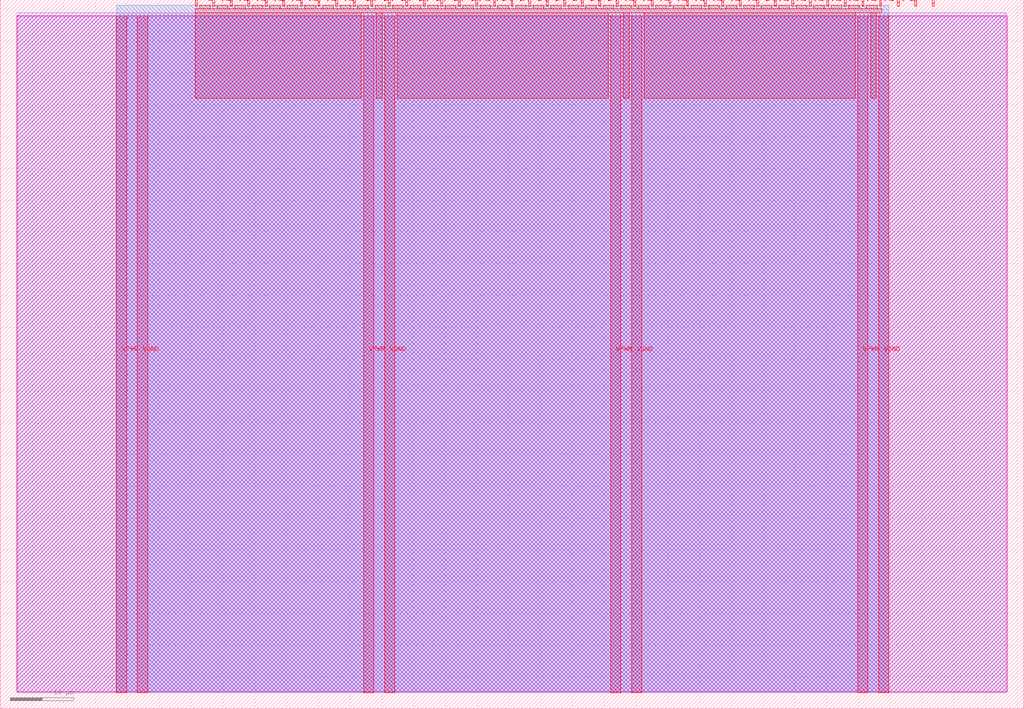
<source format=lef>
VERSION 5.7 ;
  NOWIREEXTENSIONATPIN ON ;
  DIVIDERCHAR "/" ;
  BUSBITCHARS "[]" ;
MACRO tt_um_wokwi_413920096493033473
  CLASS BLOCK ;
  FOREIGN tt_um_wokwi_413920096493033473 ;
  ORIGIN 0.000 0.000 ;
  SIZE 161.000 BY 111.520 ;
  PIN VGND
    DIRECTION INOUT ;
    USE GROUND ;
    PORT
      LAYER met4 ;
        RECT 21.580 2.480 23.180 109.040 ;
    END
    PORT
      LAYER met4 ;
        RECT 60.450 2.480 62.050 109.040 ;
    END
    PORT
      LAYER met4 ;
        RECT 99.320 2.480 100.920 109.040 ;
    END
    PORT
      LAYER met4 ;
        RECT 138.190 2.480 139.790 109.040 ;
    END
  END VGND
  PIN VPWR
    DIRECTION INOUT ;
    USE POWER ;
    PORT
      LAYER met4 ;
        RECT 18.280 2.480 19.880 109.040 ;
    END
    PORT
      LAYER met4 ;
        RECT 57.150 2.480 58.750 109.040 ;
    END
    PORT
      LAYER met4 ;
        RECT 96.020 2.480 97.620 109.040 ;
    END
    PORT
      LAYER met4 ;
        RECT 134.890 2.480 136.490 109.040 ;
    END
  END VPWR
  PIN clk
    DIRECTION INPUT ;
    USE SIGNAL ;
    PORT
      LAYER met4 ;
        RECT 143.830 110.520 144.130 111.520 ;
    END
  END clk
  PIN ena
    DIRECTION INPUT ;
    USE SIGNAL ;
    PORT
      LAYER met4 ;
        RECT 146.590 110.520 146.890 111.520 ;
    END
  END ena
  PIN rst_n
    DIRECTION INPUT ;
    USE SIGNAL ;
    PORT
      LAYER met4 ;
        RECT 141.070 110.520 141.370 111.520 ;
    END
  END rst_n
  PIN ui_in[0]
    DIRECTION INPUT ;
    USE SIGNAL ;
    ANTENNAGATEAREA 0.196500 ;
    PORT
      LAYER met4 ;
        RECT 138.310 110.520 138.610 111.520 ;
    END
  END ui_in[0]
  PIN ui_in[1]
    DIRECTION INPUT ;
    USE SIGNAL ;
    ANTENNAGATEAREA 0.196500 ;
    PORT
      LAYER met4 ;
        RECT 135.550 110.520 135.850 111.520 ;
    END
  END ui_in[1]
  PIN ui_in[2]
    DIRECTION INPUT ;
    USE SIGNAL ;
    ANTENNAGATEAREA 0.196500 ;
    PORT
      LAYER met4 ;
        RECT 132.790 110.520 133.090 111.520 ;
    END
  END ui_in[2]
  PIN ui_in[3]
    DIRECTION INPUT ;
    USE SIGNAL ;
    ANTENNAGATEAREA 0.196500 ;
    PORT
      LAYER met4 ;
        RECT 130.030 110.520 130.330 111.520 ;
    END
  END ui_in[3]
  PIN ui_in[4]
    DIRECTION INPUT ;
    USE SIGNAL ;
    ANTENNAGATEAREA 0.159000 ;
    PORT
      LAYER met4 ;
        RECT 127.270 110.520 127.570 111.520 ;
    END
  END ui_in[4]
  PIN ui_in[5]
    DIRECTION INPUT ;
    USE SIGNAL ;
    ANTENNAGATEAREA 0.159000 ;
    PORT
      LAYER met4 ;
        RECT 124.510 110.520 124.810 111.520 ;
    END
  END ui_in[5]
  PIN ui_in[6]
    DIRECTION INPUT ;
    USE SIGNAL ;
    ANTENNAGATEAREA 0.159000 ;
    PORT
      LAYER met4 ;
        RECT 121.750 110.520 122.050 111.520 ;
    END
  END ui_in[6]
  PIN ui_in[7]
    DIRECTION INPUT ;
    USE SIGNAL ;
    ANTENNAGATEAREA 0.159000 ;
    PORT
      LAYER met4 ;
        RECT 118.990 110.520 119.290 111.520 ;
    END
  END ui_in[7]
  PIN uio_in[0]
    DIRECTION INPUT ;
    USE SIGNAL ;
    PORT
      LAYER met4 ;
        RECT 116.230 110.520 116.530 111.520 ;
    END
  END uio_in[0]
  PIN uio_in[1]
    DIRECTION INPUT ;
    USE SIGNAL ;
    PORT
      LAYER met4 ;
        RECT 113.470 110.520 113.770 111.520 ;
    END
  END uio_in[1]
  PIN uio_in[2]
    DIRECTION INPUT ;
    USE SIGNAL ;
    PORT
      LAYER met4 ;
        RECT 110.710 110.520 111.010 111.520 ;
    END
  END uio_in[2]
  PIN uio_in[3]
    DIRECTION INPUT ;
    USE SIGNAL ;
    PORT
      LAYER met4 ;
        RECT 107.950 110.520 108.250 111.520 ;
    END
  END uio_in[3]
  PIN uio_in[4]
    DIRECTION INPUT ;
    USE SIGNAL ;
    PORT
      LAYER met4 ;
        RECT 105.190 110.520 105.490 111.520 ;
    END
  END uio_in[4]
  PIN uio_in[5]
    DIRECTION INPUT ;
    USE SIGNAL ;
    PORT
      LAYER met4 ;
        RECT 102.430 110.520 102.730 111.520 ;
    END
  END uio_in[5]
  PIN uio_in[6]
    DIRECTION INPUT ;
    USE SIGNAL ;
    PORT
      LAYER met4 ;
        RECT 99.670 110.520 99.970 111.520 ;
    END
  END uio_in[6]
  PIN uio_in[7]
    DIRECTION INPUT ;
    USE SIGNAL ;
    PORT
      LAYER met4 ;
        RECT 96.910 110.520 97.210 111.520 ;
    END
  END uio_in[7]
  PIN uio_oe[0]
    DIRECTION OUTPUT ;
    USE SIGNAL ;
    PORT
      LAYER met4 ;
        RECT 49.990 110.520 50.290 111.520 ;
    END
  END uio_oe[0]
  PIN uio_oe[1]
    DIRECTION OUTPUT ;
    USE SIGNAL ;
    PORT
      LAYER met4 ;
        RECT 47.230 110.520 47.530 111.520 ;
    END
  END uio_oe[1]
  PIN uio_oe[2]
    DIRECTION OUTPUT ;
    USE SIGNAL ;
    PORT
      LAYER met4 ;
        RECT 44.470 110.520 44.770 111.520 ;
    END
  END uio_oe[2]
  PIN uio_oe[3]
    DIRECTION OUTPUT ;
    USE SIGNAL ;
    PORT
      LAYER met4 ;
        RECT 41.710 110.520 42.010 111.520 ;
    END
  END uio_oe[3]
  PIN uio_oe[4]
    DIRECTION OUTPUT ;
    USE SIGNAL ;
    PORT
      LAYER met4 ;
        RECT 38.950 110.520 39.250 111.520 ;
    END
  END uio_oe[4]
  PIN uio_oe[5]
    DIRECTION OUTPUT ;
    USE SIGNAL ;
    PORT
      LAYER met4 ;
        RECT 36.190 110.520 36.490 111.520 ;
    END
  END uio_oe[5]
  PIN uio_oe[6]
    DIRECTION OUTPUT ;
    USE SIGNAL ;
    PORT
      LAYER met4 ;
        RECT 33.430 110.520 33.730 111.520 ;
    END
  END uio_oe[6]
  PIN uio_oe[7]
    DIRECTION OUTPUT ;
    USE SIGNAL ;
    PORT
      LAYER met4 ;
        RECT 30.670 110.520 30.970 111.520 ;
    END
  END uio_oe[7]
  PIN uio_out[0]
    DIRECTION OUTPUT ;
    USE SIGNAL ;
    PORT
      LAYER met4 ;
        RECT 72.070 110.520 72.370 111.520 ;
    END
  END uio_out[0]
  PIN uio_out[1]
    DIRECTION OUTPUT ;
    USE SIGNAL ;
    PORT
      LAYER met4 ;
        RECT 69.310 110.520 69.610 111.520 ;
    END
  END uio_out[1]
  PIN uio_out[2]
    DIRECTION OUTPUT ;
    USE SIGNAL ;
    PORT
      LAYER met4 ;
        RECT 66.550 110.520 66.850 111.520 ;
    END
  END uio_out[2]
  PIN uio_out[3]
    DIRECTION OUTPUT ;
    USE SIGNAL ;
    PORT
      LAYER met4 ;
        RECT 63.790 110.520 64.090 111.520 ;
    END
  END uio_out[3]
  PIN uio_out[4]
    DIRECTION OUTPUT ;
    USE SIGNAL ;
    PORT
      LAYER met4 ;
        RECT 61.030 110.520 61.330 111.520 ;
    END
  END uio_out[4]
  PIN uio_out[5]
    DIRECTION OUTPUT ;
    USE SIGNAL ;
    PORT
      LAYER met4 ;
        RECT 58.270 110.520 58.570 111.520 ;
    END
  END uio_out[5]
  PIN uio_out[6]
    DIRECTION OUTPUT ;
    USE SIGNAL ;
    PORT
      LAYER met4 ;
        RECT 55.510 110.520 55.810 111.520 ;
    END
  END uio_out[6]
  PIN uio_out[7]
    DIRECTION OUTPUT ;
    USE SIGNAL ;
    PORT
      LAYER met4 ;
        RECT 52.750 110.520 53.050 111.520 ;
    END
  END uio_out[7]
  PIN uo_out[0]
    DIRECTION OUTPUT ;
    USE SIGNAL ;
    ANTENNADIFFAREA 0.795200 ;
    PORT
      LAYER met4 ;
        RECT 94.150 110.520 94.450 111.520 ;
    END
  END uo_out[0]
  PIN uo_out[1]
    DIRECTION OUTPUT ;
    USE SIGNAL ;
    ANTENNADIFFAREA 0.795200 ;
    PORT
      LAYER met4 ;
        RECT 91.390 110.520 91.690 111.520 ;
    END
  END uo_out[1]
  PIN uo_out[2]
    DIRECTION OUTPUT ;
    USE SIGNAL ;
    ANTENNADIFFAREA 0.445500 ;
    PORT
      LAYER met4 ;
        RECT 88.630 110.520 88.930 111.520 ;
    END
  END uo_out[2]
  PIN uo_out[3]
    DIRECTION OUTPUT ;
    USE SIGNAL ;
    ANTENNADIFFAREA 0.445500 ;
    PORT
      LAYER met4 ;
        RECT 85.870 110.520 86.170 111.520 ;
    END
  END uo_out[3]
  PIN uo_out[4]
    DIRECTION OUTPUT ;
    USE SIGNAL ;
    ANTENNADIFFAREA 0.445500 ;
    PORT
      LAYER met4 ;
        RECT 83.110 110.520 83.410 111.520 ;
    END
  END uo_out[4]
  PIN uo_out[5]
    DIRECTION OUTPUT ;
    USE SIGNAL ;
    ANTENNADIFFAREA 0.445500 ;
    PORT
      LAYER met4 ;
        RECT 80.350 110.520 80.650 111.520 ;
    END
  END uo_out[5]
  PIN uo_out[6]
    DIRECTION OUTPUT ;
    USE SIGNAL ;
    ANTENNADIFFAREA 0.445500 ;
    PORT
      LAYER met4 ;
        RECT 77.590 110.520 77.890 111.520 ;
    END
  END uo_out[6]
  PIN uo_out[7]
    DIRECTION OUTPUT ;
    USE SIGNAL ;
    ANTENNADIFFAREA 0.445500 ;
    PORT
      LAYER met4 ;
        RECT 74.830 110.520 75.130 111.520 ;
    END
  END uo_out[7]
  OBS
      LAYER nwell ;
        RECT 2.570 2.635 158.430 108.990 ;
      LAYER li1 ;
        RECT 2.760 2.635 158.240 108.885 ;
      LAYER met1 ;
        RECT 2.760 2.480 158.240 109.440 ;
      LAYER met2 ;
        RECT 18.310 2.535 139.760 110.685 ;
      LAYER met3 ;
        RECT 18.290 2.555 139.780 110.665 ;
      LAYER met4 ;
        RECT 31.370 110.120 33.030 110.665 ;
        RECT 34.130 110.120 35.790 110.665 ;
        RECT 36.890 110.120 38.550 110.665 ;
        RECT 39.650 110.120 41.310 110.665 ;
        RECT 42.410 110.120 44.070 110.665 ;
        RECT 45.170 110.120 46.830 110.665 ;
        RECT 47.930 110.120 49.590 110.665 ;
        RECT 50.690 110.120 52.350 110.665 ;
        RECT 53.450 110.120 55.110 110.665 ;
        RECT 56.210 110.120 57.870 110.665 ;
        RECT 58.970 110.120 60.630 110.665 ;
        RECT 61.730 110.120 63.390 110.665 ;
        RECT 64.490 110.120 66.150 110.665 ;
        RECT 67.250 110.120 68.910 110.665 ;
        RECT 70.010 110.120 71.670 110.665 ;
        RECT 72.770 110.120 74.430 110.665 ;
        RECT 75.530 110.120 77.190 110.665 ;
        RECT 78.290 110.120 79.950 110.665 ;
        RECT 81.050 110.120 82.710 110.665 ;
        RECT 83.810 110.120 85.470 110.665 ;
        RECT 86.570 110.120 88.230 110.665 ;
        RECT 89.330 110.120 90.990 110.665 ;
        RECT 92.090 110.120 93.750 110.665 ;
        RECT 94.850 110.120 96.510 110.665 ;
        RECT 97.610 110.120 99.270 110.665 ;
        RECT 100.370 110.120 102.030 110.665 ;
        RECT 103.130 110.120 104.790 110.665 ;
        RECT 105.890 110.120 107.550 110.665 ;
        RECT 108.650 110.120 110.310 110.665 ;
        RECT 111.410 110.120 113.070 110.665 ;
        RECT 114.170 110.120 115.830 110.665 ;
        RECT 116.930 110.120 118.590 110.665 ;
        RECT 119.690 110.120 121.350 110.665 ;
        RECT 122.450 110.120 124.110 110.665 ;
        RECT 125.210 110.120 126.870 110.665 ;
        RECT 127.970 110.120 129.630 110.665 ;
        RECT 130.730 110.120 132.390 110.665 ;
        RECT 133.490 110.120 135.150 110.665 ;
        RECT 136.250 110.120 137.910 110.665 ;
        RECT 30.655 109.440 138.625 110.120 ;
        RECT 30.655 96.055 56.750 109.440 ;
        RECT 59.150 96.055 60.050 109.440 ;
        RECT 62.450 96.055 95.620 109.440 ;
        RECT 98.020 96.055 98.920 109.440 ;
        RECT 101.320 96.055 134.490 109.440 ;
        RECT 136.890 96.055 137.790 109.440 ;
  END
END tt_um_wokwi_413920096493033473
END LIBRARY


</source>
